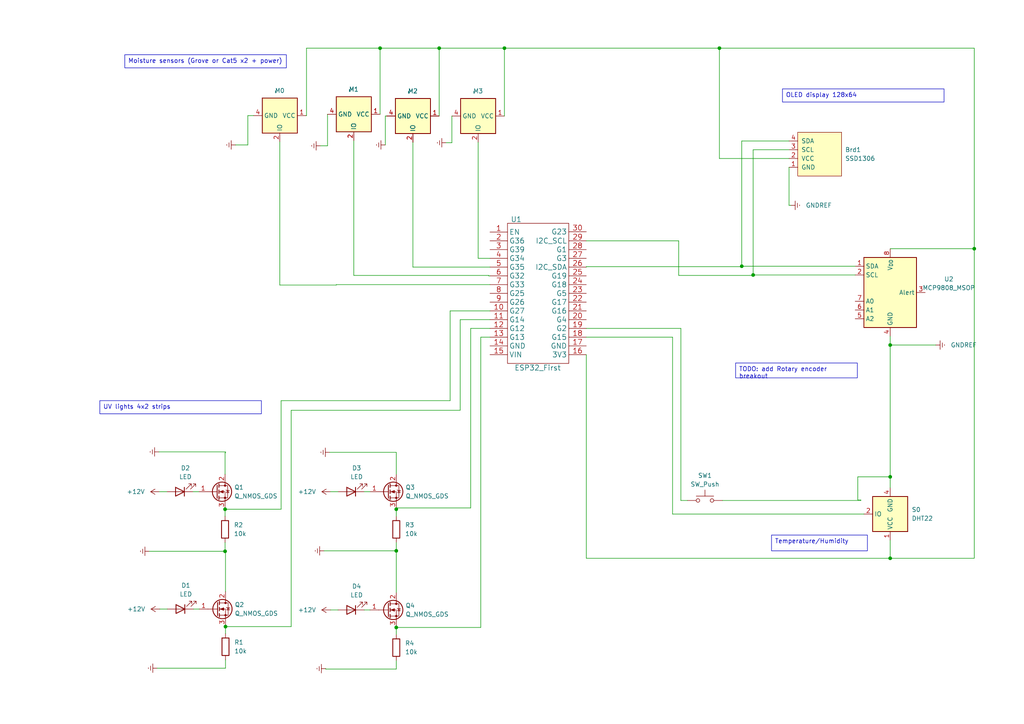
<source format=kicad_sch>
(kicad_sch (version 20230121) (generator eeschema)
  (paper "A4")
  (lib_symbols
    (symbol "Custom:ESP32_First"
      (property "Reference" "U" (at 7.08 4.09 0))
      (property "Value" "ESP32_First" (at 13.97 -39.37 0))
      (symbol "ESP32_First_0_1"
        (rectangle (start 5.08 2.54) (end 22.86 -38.1))
      )
      (symbol "ESP32_First_1_0"
        (pin input line (at 0 0 0) (length 5.08) (name "EN") (number "1"))
      )
      (symbol "ESP32_First_1_1"
        (pin input line (at 0 -22.86 0) (length 5.08) (name "G27") (number "10"))
        (pin input line (at 0 -25.4 0) (length 5.08) (name "G14") (number "11"))
        (pin input line (at 0 -27.94 0) (length 5.08) (name "G12") (number "12"))
        (pin input line (at 0 -30.48 0) (length 5.08) (name "G13") (number "13"))
        (pin input line (at 0 -33.02 0) (length 5.08) (name "GND") (number "14"))
        (pin input line (at 0 -35.56 0) (length 5.08) (name "VIN") (number "15"))
        (pin input line (at 27.94 -35.56 180) (length 5.08) (name "3V3") (number "16"))
        (pin input line (at 27.94 -33.02 180) (length 5.08) (name "GND") (number "17"))
        (pin input line (at 27.94 -30.48 180) (length 5.08) (name "G15") (number "18"))
        (pin input line (at 27.94 -27.94 180) (length 5.08) (name "G2") (number "19"))
        (pin input line (at 0 -2.54 0) (length 5.08) (name "G36") (number "2"))
        (pin input line (at 27.94 -25.4 180) (length 5.08) (name "G4") (number "20"))
        (pin input line (at 27.94 -22.86 180) (length 5.08) (name "G16") (number "21"))
        (pin input line (at 27.94 -20.32 180) (length 5.08) (name "G17") (number "22"))
        (pin input line (at 27.94 -17.78 180) (length 5.08) (name "G5") (number "23"))
        (pin input line (at 27.94 -15.24 180) (length 5.08) (name "G18") (number "24"))
        (pin input line (at 27.94 -12.7 180) (length 5.08) (name "G19") (number "25"))
        (pin input line (at 27.94 -10.16 180) (length 5.08) (name "I2C_SDA") (number "26"))
        (pin input line (at 27.94 -7.62 180) (length 5.08) (name "G3") (number "27"))
        (pin input line (at 27.94 -5.08 180) (length 5.08) (name "G1") (number "28"))
        (pin input line (at 27.94 -2.54 180) (length 5.08) (name "I2C_SCL") (number "29"))
        (pin input line (at 0 -5.08 0) (length 5.08) (name "G39") (number "3"))
        (pin input line (at 27.94 0.09 180) (length 5.08) (name "G23") (number "30"))
        (pin input line (at 0 -7.62 0) (length 5.08) (name "G34") (number "4"))
        (pin input line (at 0 -10.16 0) (length 5.08) (name "G35") (number "5"))
        (pin input line (at 0 -12.7 0) (length 5.08) (name "G32") (number "6"))
        (pin input line (at 0 -15.24 0) (length 5.08) (name "G33") (number "7"))
        (pin input line (at 0 -17.78 0) (length 5.08) (name "G25") (number "8"))
        (pin input line (at 0 -20.32 0) (length 5.08) (name "G26") (number "9"))
      )
    )
    (symbol "Device:LED" (pin_numbers hide) (pin_names (offset 1.016) hide)
      (property "Reference" "D" (at 0 2.54 0))
      (property "Value" "LED" (at 0 -2.54 0))
      (symbol "LED_0_1"
        (polyline (pts (xy -1.27 -1.27) (xy -1.27 1.27)) (stroke (width 0.254)))
        (polyline (pts (xy -1.27 0) (xy 1.27 0)))
        (polyline (pts (xy 1.27 -1.27) (xy 1.27 1.27) (xy -1.27 0) (xy 1.27 -1.27)) (stroke (width 0.254)))
        (polyline (pts (xy -3.048 -0.762) (xy -4.572 -2.286) (xy -3.81 -2.286) (xy -4.572 -2.286) (xy -4.572 -1.524)))
        (polyline (pts (xy -1.778 -0.762) (xy -3.302 -2.286) (xy -2.54 -2.286) (xy -3.302 -2.286) (xy -3.302 -1.524)))
      )
      (symbol "LED_1_1"
        (pin passive line (at -3.81 0 0) (length 2.54) (name "K") (number "1"))
        (pin passive line (at 3.81 0 180) (length 2.54) (name "A") (number "2"))
      )
    )
    (symbol "Device:Q_NMOS_GDS" (pin_names (offset 0) hide)
      (property "Reference" "Q" (at 5.08 1.27 0))
      (property "Value" "Q_NMOS_GDS" (at 5.08 -1.27 0))
      (symbol "Q_NMOS_GDS_0_1"
        (polyline (pts (xy 0.254 0) (xy -2.54 0)))
        (polyline (pts (xy 0.254 1.905) (xy 0.254 -1.905)) (stroke (width 0.254)))
        (polyline (pts (xy 0.762 -1.27) (xy 0.762 -2.286)) (stroke (width 0.254)))
        (polyline (pts (xy 0.762 0.508) (xy 0.762 -0.508)) (stroke (width 0.254)))
        (polyline (pts (xy 0.762 2.286) (xy 0.762 1.27)) (stroke (width 0.254)))
        (polyline (pts (xy 2.54 2.54) (xy 2.54 1.778)))
        (polyline (pts (xy 2.54 -2.54) (xy 2.54 0) (xy 0.762 0)))
        (polyline (pts (xy 0.762 -1.778) (xy 3.302 -1.778) (xy 3.302 1.778) (xy 0.762 1.778)))
        (polyline (pts (xy 1.016 0) (xy 2.032 0.381) (xy 2.032 -0.381) (xy 1.016 0)) (fill (type outline)))
        (polyline (pts (xy 2.794 0.508) (xy 2.921 0.381) (xy 3.683 0.381) (xy 3.81 0.254)))
        (polyline (pts (xy 3.302 0.381) (xy 2.921 -0.254) (xy 3.683 -0.254) (xy 3.302 0.381)))
        (circle (center 1.651 0) (radius 2.794) (stroke (width 0.254)))
        (circle (center 2.54 -1.778) (radius 0.254) (fill (type outline)))
        (circle (center 2.54 1.778) (radius 0.254) (fill (type outline)))
      )
      (symbol "Q_NMOS_GDS_1_1"
        (pin input line (at -5.08 0 0) (length 2.54) (name "G") (number "1"))
        (pin passive line (at 2.54 5.08 270) (length 2.54) (name "D") (number "2"))
        (pin passive line (at 2.54 -5.08 90) (length 2.54) (name "S") (number "3"))
      )
    )
    (symbol "Device:R" (pin_numbers hide) (pin_names (offset 0))
      (property "Reference" "R" (at 2.032 0 90))
      (property "Value" "R" (at 0 0 90))
      (symbol "R_0_1"
        (rectangle (start -1.016 -2.54) (end 1.016 2.54) (stroke (width 0.254)))
      )
      (symbol "R_1_1"
        (pin passive line (at 0 3.81 270) (length 1.27) (name "~") (number "1"))
        (pin passive line (at 0 -3.81 90) (length 1.27) (name "~") (number "2"))
      )
    )
    (symbol "SSD1306-128x64_OLED:SSD1306" (pin_names (offset 1.016))
      (property "Reference" "Brd" (at 0 -3.81 0))
      (property "Value" "SSD1306" (at 0 -1.27 0))
      (symbol "SSD1306_0_1"
        (rectangle (start -6.35 6.35) (end 6.35 -6.35) (fill (type background)))
      )
      (symbol "SSD1306_1_1"
        (pin input line (at -3.81 8.89 270) (length 2.54) (name "GND") (number "1"))
        (pin input line (at -1.27 8.89 270) (length 2.54) (name "VCC") (number "2"))
        (pin input line (at 1.27 8.89 270) (length 2.54) (name "SCL") (number "3"))
        (pin input line (at 3.81 8.89 270) (length 2.54) (name "SDA") (number "4"))
      )
    )
    (symbol "Sensor:DHT11"
      (property "Reference" "U" (at -3.81 6.35 0))
      (property "Value" "DHT11" (at 3.81 6.35 0))
      (symbol "DHT11_0_1"
        (rectangle (start -5.08 5.08) (end 5.08 -5.08) (stroke (width 0.254)) (fill (type background)))
      )
      (symbol "DHT11_1_1"
        (pin power_in line (at 0 7.62 270) (length 2.54) (name "VCC") (number "1"))
        (pin bidirectional line (at 7.62 0 180) (length 2.54) (name "IO") (number "2"))
        (pin no_connect line (at -5.08 0 0) (length 2.54) hide (name "NC") (number "3"))
        (pin power_in line (at 0 -7.62 90) (length 2.54) (name "GND") (number "4"))
      )
    )
    (symbol "Sensor_Temperature:MCP9808_MSOP"
      (property "Reference" "U" (at -6.35 11.43 0))
      (property "Value" "MCP9808_MSOP" (at 10.16 11.43 0))
      (symbol "MCP9808_MSOP_0_1"
        (rectangle (start -7.62 10.16) (end 7.62 -10.16) (stroke (width 0.254)) (fill (type background)))
      )
      (symbol "MCP9808_MSOP_1_1"
        (pin bidirectional line (at -10.16 7.62 0) (length 2.54) (name "SDA") (number "1"))
        (pin input line (at -10.16 5.08 0) (length 2.54) (name "SCL") (number "2"))
        (pin output line (at 10.16 0 180) (length 2.54) (name "Alert") (number "3"))
        (pin power_in line (at 0 -12.7 90) (length 2.54) (name "GND") (number "4"))
        (pin input line (at -10.16 -7.62 0) (length 2.54) (name "A2") (number "5"))
        (pin input line (at -10.16 -5.08 0) (length 2.54) (name "A1") (number "6"))
        (pin input line (at -10.16 -2.54 0) (length 2.54) (name "A0") (number "7"))
        (pin power_in line (at 0 12.7 270) (length 2.54) (name "V_{DD}") (number "8"))
      )
    )
    (symbol "Switch:SW_Push" (pin_numbers hide) (pin_names (offset 1.016) hide)
      (property "Reference" "SW" (at 1.27 2.54 0))
      (property "Value" "SW_Push" (at 0 -1.524 0))
      (symbol "SW_Push_0_1"
        (circle (center -2.032 0) (radius 0.508))
        (polyline (pts (xy 0 1.27) (xy 0 3.048)))
        (polyline (pts (xy 2.54 1.27) (xy -2.54 1.27)))
        (circle (center 2.032 0) (radius 0.508))
        (pin passive line (at -5.08 0 0) (length 2.54) (name "1") (number "1"))
        (pin passive line (at 5.08 0 180) (length 2.54) (name "2") (number "2"))
      )
    )
    (symbol "power:+12V" (power) (pin_names (offset 0))
      (property "Value" "+12V" (at 0 3.556 0))
      (symbol "+12V_0_1"
        (polyline (pts (xy -0.762 1.27) (xy 0 2.54)))
        (polyline (pts (xy 0 0) (xy 0 2.54)))
        (polyline (pts (xy 0 2.54) (xy 0.762 1.27)))
      )
      (symbol "+12V_1_1"
        (pin power_in line (at 0 0 90) (length 0) hide (name "+12V") (number "1"))
      )
    )
    (symbol "power:GNDREF" (power) (pin_names (offset 0))
      (property "Value" "GNDREF" (at 0 -3.81 0))
      (symbol "GNDREF_0_1"
        (polyline (pts (xy -0.635 -1.905) (xy 0.635 -1.905)))
        (polyline (pts (xy -0.127 -2.54) (xy 0.127 -2.54)))
        (polyline (pts (xy 0 -1.27) (xy 0 0)))
        (polyline (pts (xy 1.27 -1.27) (xy -1.27 -1.27)))
      )
      (symbol "GNDREF_1_1"
        (pin power_in line (at 0 0 270) (length 0) hide (name "GNDREF") (number "1"))
      )
    )
  )
  (junction (at 208.661 13.97))
  (junction (at 65.278 147.701))
  (junction (at 110.236 13.97))
  (junction (at 282.575 72.136))
  (junction (at 258.191 138.303))
  (junction (at 215.138 77.216))
  (junction (at 127.381 13.97))
  (junction (at 146.304 13.97))
  (junction (at 114.935 147.701))
  (junction (at 258.191 100.076))
  (junction (at 65.405 181.737))
  (junction (at 258.191 161.925))
  (junction (at 218.44 79.756))
  (junction (at 65.278 159.893))
  (junction (at 114.935 181.991))
  (junction (at 114.935 159.766))
  (wire (pts (xy 136.525 147.32) (xy 114.935 147.32)))
  (wire (pts (xy 197.485 95.25) (xy 170.053 95.25)))
  (wire (pts (xy 43.307 159.893) (xy 65.278 159.893)))
  (wire (pts (xy 114.935 147.701) (xy 114.935 149.733)))
  (wire (pts (xy 196.85 69.85) (xy 196.85 79.883)))
  (wire (pts (xy 248.031 77.216) (xy 215.138 77.216)))
  (wire (pts (xy 282.575 72.136) (xy 282.575 161.925)))
  (wire (pts (xy 133.477 118.999) (xy 133.477 92.71)))
  (wire (pts (xy 218.44 79.756) (xy 248.031 79.756)))
  (wire (pts (xy 170.053 77.343) (xy 170.053 77.47)))
  (wire (pts (xy 258.191 100.076) (xy 271.399 100.076)))
  (wire (pts (xy 139.446 181.991) (xy 114.935 181.991)))
  (wire (pts (xy 146.304 13.97) (xy 127.381 13.97)))
  (wire (pts (xy 68.326 42.037) (xy 71.882 42.037)))
  (wire (pts (xy 248.793 145.034) (xy 249.682 145.034)))
  (wire (pts (xy 111.76 33.655) (xy 112.141 33.655)))
  (wire (pts (xy 215.138 40.894) (xy 215.138 77.216)))
  (wire (pts (xy 139.446 97.79) (xy 142.113 97.79)))
  (wire (pts (xy 170.053 161.925) (xy 170.053 102.87)))
  (wire (pts (xy 130.556 116.205) (xy 81.534 116.205)))
  (wire (pts (xy 282.575 72.136) (xy 282.575 13.97)))
  (wire (pts (xy 133.477 92.71) (xy 142.113 92.71)))
  (wire (pts (xy 114.935 181.991) (xy 114.935 184.023)))
  (wire (pts (xy 215.138 77.216) (xy 215.138 77.343)))
  (wire (pts (xy 56.134 176.657) (xy 57.785 176.657)))
  (wire (pts (xy 84.455 118.999) (xy 84.455 181.737)))
  (wire (pts (xy 228.854 45.974) (xy 208.661 45.974)))
  (wire (pts (xy 97.536 82.677) (xy 97.536 82.55)))
  (wire (pts (xy 97.536 82.55) (xy 142.113 82.55)))
  (wire (pts (xy 114.935 194.056) (xy 114.935 191.643)))
  (wire (pts (xy 105.664 176.911) (xy 107.315 176.911)))
  (wire (pts (xy 65.405 193.802) (xy 65.405 191.389)))
  (wire (pts (xy 282.575 13.97) (xy 208.661 13.97)))
  (wire (pts (xy 94.996 42.291) (xy 92.964 42.291)))
  (wire (pts (xy 130.556 116.205) (xy 130.556 90.17)))
  (wire (pts (xy 170.053 161.925) (xy 258.191 161.925)))
  (wire (pts (xy 248.793 138.303) (xy 258.191 138.303)))
  (wire (pts (xy 195.072 149.098) (xy 250.571 149.098)))
  (wire (pts (xy 114.935 131.191) (xy 114.935 137.541)))
  (wire (pts (xy 95.885 142.621) (xy 98.044 142.621)))
  (wire (pts (xy 65.278 159.893) (xy 65.278 157.353)))
  (wire (pts (xy 249.682 145.161) (xy 209.55 145.161)))
  (wire (pts (xy 249.682 145.034) (xy 249.682 145.161)))
  (wire (pts (xy 131.064 41.402) (xy 129.413 41.402)))
  (wire (pts (xy 197.485 145.161) (xy 197.485 95.25)))
  (wire (pts (xy 195.072 97.79) (xy 195.072 149.098)))
  (wire (pts (xy 81.534 147.701) (xy 65.278 147.701)))
  (wire (pts (xy 258.191 138.303) (xy 258.191 100.076)))
  (wire (pts (xy 46.228 142.621) (xy 48.387 142.621)))
  (wire (pts (xy 81.153 82.677) (xy 81.153 41.148)))
  (wire (pts (xy 127.381 13.97) (xy 127.381 33.655)))
  (wire (pts (xy 88.9 33.528) (xy 88.773 33.528)))
  (wire (pts (xy 94.996 33.147) (xy 94.996 42.291)))
  (wire (pts (xy 65.278 147.701) (xy 65.278 149.733)))
  (wire (pts (xy 208.661 13.97) (xy 146.304 13.97)))
  (wire (pts (xy 65.405 159.893) (xy 65.278 159.893)))
  (wire (pts (xy 258.191 72.136) (xy 282.575 72.136)))
  (wire (pts (xy 228.854 59.563) (xy 229.362 59.563)))
  (wire (pts (xy 56.007 142.621) (xy 57.658 142.621)))
  (wire (pts (xy 197.485 145.161) (xy 199.39 145.161)))
  (wire (pts (xy 114.935 159.766) (xy 114.935 157.353)))
  (wire (pts (xy 46.355 176.657) (xy 48.514 176.657)))
  (wire (pts (xy 130.556 90.17) (xy 142.113 90.17)))
  (wire (pts (xy 127.381 13.97) (xy 110.236 13.97)))
  (wire (pts (xy 142.113 74.93) (xy 138.684 74.93)))
  (wire (pts (xy 111.76 42.037) (xy 111.76 33.655)))
  (wire (pts (xy 65.405 131.318) (xy 65.278 131.318)))
  (wire (pts (xy 105.664 142.621) (xy 107.315 142.621)))
  (wire (pts (xy 258.191 138.303) (xy 258.191 141.478)))
  (wire (pts (xy 65.405 159.893) (xy 65.405 171.577)))
  (wire (pts (xy 88.9 13.97) (xy 88.9 33.528)))
  (wire (pts (xy 84.455 118.999) (xy 133.477 118.999)))
  (wire (pts (xy 84.455 181.737) (xy 65.405 181.737)))
  (wire (pts (xy 228.854 43.434) (xy 218.44 43.434)))
  (wire (pts (xy 131.064 33.655) (xy 131.064 41.402)))
  (wire (pts (xy 81.153 82.677) (xy 97.536 82.677)))
  (wire (pts (xy 71.882 42.037) (xy 71.882 33.528)))
  (wire (pts (xy 71.882 33.528) (xy 73.533 33.528)))
  (wire (pts (xy 141.732 80.01) (xy 142.113 80.01)))
  (wire (pts (xy 215.138 77.343) (xy 170.053 77.343)))
  (wire (pts (xy 95.631 131.191) (xy 114.935 131.191)))
  (wire (pts (xy 218.44 79.756) (xy 218.44 79.883)))
  (wire (pts (xy 65.405 131.064) (xy 65.405 131.318)))
  (wire (pts (xy 94.488 194.056) (xy 114.935 194.056)))
  (wire (pts (xy 110.236 13.97) (xy 88.9 13.97)))
  (wire (pts (xy 142.113 77.47) (xy 119.761 77.47)))
  (wire (pts (xy 258.191 97.536) (xy 258.191 100.076)))
  (wire (pts (xy 141.732 79.883) (xy 141.732 80.01)))
  (wire (pts (xy 228.854 48.514) (xy 228.854 59.563)))
  (wire (pts (xy 114.935 147.32) (xy 114.935 147.701)))
  (wire (pts (xy 65.278 131.318) (xy 65.278 137.541)))
  (wire (pts (xy 258.191 156.718) (xy 258.191 161.925)))
  (wire (pts (xy 258.191 161.925) (xy 282.575 161.925)))
  (wire (pts (xy 208.661 13.97) (xy 208.661 45.974)))
  (wire (pts (xy 218.44 43.434) (xy 218.44 79.756)))
  (wire (pts (xy 45.593 193.802) (xy 65.405 193.802)))
  (wire (pts (xy 110.236 13.97) (xy 110.236 33.147)))
  (wire (pts (xy 94.488 194.056) (xy 94.488 193.929)))
  (wire (pts (xy 228.854 40.894) (xy 215.138 40.894)))
  (wire (pts (xy 102.616 40.767) (xy 102.616 79.883)))
  (wire (pts (xy 46.101 131.064) (xy 65.405 131.064)))
  (wire (pts (xy 138.684 41.275) (xy 138.684 74.93)))
  (wire (pts (xy 119.761 77.47) (xy 119.761 41.275)))
  (wire (pts (xy 170.053 69.85) (xy 196.85 69.85)))
  (wire (pts (xy 114.935 159.766) (xy 114.935 171.831)))
  (wire (pts (xy 170.053 97.79) (xy 195.072 97.79)))
  (wire (pts (xy 81.534 116.205) (xy 81.534 147.701)))
  (wire (pts (xy 95.885 176.911) (xy 98.044 176.911)))
  (wire (pts (xy 65.405 181.737) (xy 65.405 183.769)))
  (wire (pts (xy 139.446 97.79) (xy 139.446 181.991)))
  (wire (pts (xy 136.525 95.25) (xy 142.113 95.25)))
  (wire (pts (xy 248.793 145.034) (xy 248.793 138.303)))
  (wire (pts (xy 136.525 95.25) (xy 136.525 147.32)))
  (wire (pts (xy 102.616 79.883) (xy 141.732 79.883)))
  (wire (pts (xy 93.98 159.766) (xy 114.935 159.766)))
  (wire (pts (xy 196.85 79.883) (xy 218.44 79.883)))
  (wire (pts (xy 146.304 13.97) (xy 146.304 33.655)))
  (text_box "Temperature/Humidity\n" (at 223.774 155.194 0) (size 27.813 4.572) (effects (font (size 1.27 1.27)) (justify left top)))
  (text_box "Moisture sensors (Grove or Cat5 x2 + power)\n" (at 36.195 15.875 0) (size 46.863 3.81) (effects (font (size 1.27 1.27)) (justify left top)))
  (text_box "UV lights 4x2 strips" (at 28.956 116.205 0) (size 46.863 3.81) (effects (font (size 1.27 1.27)) (justify left top)))
  (text_box "OLED display 128x64\n" (at 226.949 25.781 0) (size 46.863 3.81) (effects (font (size 1.27 1.27)) (justify left top)))
  (text_box "TODO: add Rotary encoder breakout" (at 213.36 105.283 0) (size 35.306 4.318) (effects (font (size 1.27 1.27)) (justify left top)))
  (symbol (lib_id "Device:R") (at 114.935 153.543 180) (unit 1)
    (property "Reference" "R3" (at 117.475 152.273 0) (effects (justify right)))
    (property "Value" "10k" (at 117.475 154.813 0) (effects (justify right)))
  )
  (symbol (lib_id "Device:Q_NMOS_GDS") (at 62.738 142.621 0) (unit 1)
    (property "Reference" "Q1" (at 67.945 141.351 0) (effects (justify left)))
    (property "Value" "Q_NMOS_GDS" (at 67.945 143.891 0) (effects (justify left)))
  )
  (symbol (lib_id "power:GNDREF") (at 229.362 59.563 90) (unit 1)
    (property "Reference" "#PWR018" (effects hide))
    (property "Value" "GNDREF" (at 233.68 59.563 90) (effects (justify right)))
  )
  (symbol (lib_id "power:GNDREF") (at 129.413 41.402 270) (unit 1)
    (property "Reference" "#PWR016" (effects hide))
    (property "Value" "GNDREF" (effects hide))
  )
  (symbol (lib_id "power:GNDREF") (at 95.631 131.191 270) (unit 1)
    (property "Reference" "#PWR09" (effects hide))
    (property "Value" "GNDREF" (effects hide))
  )
  (symbol (lib_id "Sensor:DHT11") (at 119.761 33.655 270) (unit 1)
    (property "Reference" "M2" (at 119.761 26.416 90))
    (property "Value" "~" (at 118.491 27.305 0) (effects (justify right)))
    (property "Footprint" "Sensor:Aosong_DHT11_5.5x12.0_P2.54mm" (effects hide))
    (property "Datasheet" "http://akizukidenshi.com/download/ds/aosong/DHT11.pdf" (effects hide))
  )
  (symbol (lib_id "power:GNDREF") (at 92.964 42.291 270) (unit 1)
    (property "Reference" "#PWR014" (effects hide))
    (property "Value" "GNDREF" (effects hide))
  )
  (symbol (lib_id "Sensor:DHT11") (at 138.684 33.655 270) (unit 1)
    (property "Reference" "M3" (at 138.684 26.416 90))
    (property "Value" "~" (at 137.414 27.305 0) (effects (justify right)))
    (property "Footprint" "Sensor:Aosong_DHT11_5.5x12.0_P2.54mm" (effects hide))
    (property "Datasheet" "http://akizukidenshi.com/download/ds/aosong/DHT11.pdf" (effects hide))
  )
  (symbol (lib_id "power:GNDREF") (at 93.98 159.766 270) (unit 1)
    (property "Reference" "#PWR010" (effects hide))
    (property "Value" "GNDREF" (effects hide))
  )
  (symbol (lib_id "Device:Q_NMOS_GDS") (at 112.395 176.911 0) (unit 1)
    (property "Reference" "Q4" (at 117.602 175.641 0) (effects (justify left)))
    (property "Value" "Q_NMOS_GDS" (at 117.602 178.181 0) (effects (justify left)))
  )
  (symbol (lib_id "Sensor:DHT11") (at 258.191 149.098 180) (unit 1)
    (property "Reference" "S0" (at 264.414 147.828 0) (effects (justify right)))
    (property "Value" "DHT22" (at 264.414 150.368 0) (effects (justify right)))
    (property "Footprint" "Sensor:Aosong_DHT11_5.5x12.0_P2.54mm" (effects hide))
    (property "Datasheet" "http://akizukidenshi.com/download/ds/aosong/DHT11.pdf" (effects hide))
  )
  (symbol (lib_id "Device:LED") (at 52.197 142.621 180) (unit 1)
    (property "Reference" "D2" (at 53.7845 135.763 0))
    (property "Value" "LED" (at 53.7845 138.303 0))
  )
  (symbol (lib_id "Switch:SW_Push") (at 204.47 145.161 0) (unit 1)
    (property "Reference" "SW1" (at 204.47 137.922 0))
    (property "Value" "SW_Push" (at 204.47 140.462 0))
  )
  (symbol (lib_id "SSD1306-128x64_OLED:SSD1306") (at 237.744 44.704 90) (unit 1)
    (property "Reference" "Brd1" (at 245.11 43.434 90) (effects (justify right)))
    (property "Value" "SSD1306" (at 245.11 45.974 90) (effects (justify right)))
  )
  (symbol (lib_id "Sensor:DHT11") (at 81.153 33.528 270) (unit 1)
    (property "Reference" "M0" (at 81.153 26.289 90))
    (property "Value" "~" (at 79.883 27.178 0) (effects (justify right)))
    (property "Footprint" "Sensor:Aosong_DHT11_5.5x12.0_P2.54mm" (effects hide))
    (property "Datasheet" "http://akizukidenshi.com/download/ds/aosong/DHT11.pdf" (effects hide))
  )
  (symbol (lib_id "power:+12V") (at 95.885 176.911 90) (unit 1)
    (property "Reference" "#PWR011" (effects hide))
    (property "Value" "+12V" (at 91.694 176.911 90) (effects (justify left)))
  )
  (symbol (lib_id "power:GNDREF") (at 68.326 42.037 270) (unit 1)
    (property "Reference" "#PWR02" (effects hide))
    (property "Value" "GNDREF" (effects hide))
  )
  (symbol (lib_id "power:GNDREF") (at 43.307 159.893 270) (unit 1)
    (property "Reference" "#PWR07" (effects hide))
    (property "Value" "GNDREF" (effects hide))
  )
  (symbol (lib_id "Sensor_Temperature:MCP9808_MSOP") (at 258.191 84.836 0) (unit 1)
    (property "Reference" "U2" (at 275.209 80.9499 0))
    (property "Value" "MCP9808_MSOP" (at 275.209 83.4899 0))
    (property "Footprint" "Package_SO:MSOP-8_3x3mm_P0.65mm" (effects hide))
    (property "Datasheet" "http://ww1.microchip.com/downloads/en/DeviceDoc/22203b.pdf" (effects hide))
  )
  (symbol (lib_id "power:+12V") (at 46.228 142.621 90) (unit 1)
    (property "Reference" "#PWR05" (effects hide))
    (property "Value" "+12V" (at 42.037 142.621 90) (effects (justify left)))
  )
  (symbol (lib_id "Device:Q_NMOS_GDS") (at 112.395 142.621 0) (unit 1)
    (property "Reference" "Q3" (at 117.602 141.351 0) (effects (justify left)))
    (property "Value" "Q_NMOS_GDS" (at 117.602 143.891 0) (effects (justify left)))
  )
  (symbol (lib_id "Device:LED") (at 101.854 176.911 180) (unit 1)
    (property "Reference" "D4" (at 103.4415 170.053 0))
    (property "Value" "LED" (at 103.4415 172.593 0))
  )
  (symbol (lib_id "Device:R") (at 114.935 187.833 180) (unit 1)
    (property "Reference" "R4" (at 117.475 186.563 0) (effects (justify right)))
    (property "Value" "10k" (at 117.475 189.103 0) (effects (justify right)))
  )
  (symbol (lib_id "power:GNDREF") (at 111.76 42.037 270) (unit 1)
    (property "Reference" "#PWR015" (effects hide))
    (property "Value" "GNDREF" (effects hide))
  )
  (symbol (lib_id "power:GNDREF") (at 271.399 100.076 90) (unit 1)
    (property "Reference" "#PWR017" (effects hide))
    (property "Value" "GNDREF" (at 275.717 100.076 90) (effects (justify right)))
  )
  (symbol (lib_id "Device:R") (at 65.405 187.579 180) (unit 1)
    (property "Reference" "R1" (at 67.945 186.309 0) (effects (justify right)))
    (property "Value" "10k" (at 67.945 188.849 0) (effects (justify right)))
  )
  (symbol (lib_id "Device:Q_NMOS_GDS") (at 62.865 176.657 0) (unit 1)
    (property "Reference" "Q2" (at 68.072 175.387 0) (effects (justify left)))
    (property "Value" "Q_NMOS_GDS" (at 68.072 177.927 0) (effects (justify left)))
  )
  (symbol (lib_id "Custom:ESP32_First") (at 142.113 67.31 0) (unit 1)
    (property "Reference" "U1" (at 149.733 63.627 0) (effects (font (size 1.5 1.5))))
    (property "Value" "ESP32_First" (at 155.956 106.68 0) (effects (font (size 1.5 1.5))))
  )
  (symbol (lib_id "Device:LED") (at 101.854 142.621 180) (unit 1)
    (property "Reference" "D3" (at 103.4415 135.763 0))
    (property "Value" "LED" (at 103.4415 138.303 0))
  )
  (symbol (lib_id "power:GNDREF") (at 45.593 193.802 270) (unit 1)
    (property "Reference" "#PWR01" (effects hide))
    (property "Value" "GNDREF" (effects hide))
  )
  (symbol (lib_id "Sensor:DHT11") (at 102.616 33.147 270) (unit 1)
    (property "Reference" "M1" (at 102.616 25.908 90))
    (property "Value" "~" (at 101.346 26.797 0) (effects (justify right)))
    (property "Footprint" "Sensor:Aosong_DHT11_5.5x12.0_P2.54mm" (effects hide))
    (property "Datasheet" "http://akizukidenshi.com/download/ds/aosong/DHT11.pdf" (effects hide))
  )
  (symbol (lib_id "power:GNDREF") (at 46.101 131.064 270) (unit 1)
    (property "Reference" "#PWR06" (effects hide))
    (property "Value" "GNDREF" (effects hide))
  )
  (symbol (lib_id "Device:LED") (at 52.324 176.657 180) (unit 1)
    (property "Reference" "D1" (at 53.9115 169.799 0))
    (property "Value" "LED" (at 53.9115 172.339 0))
  )
  (symbol (lib_id "Device:R") (at 65.278 153.543 180) (unit 1)
    (property "Reference" "R2" (at 67.818 152.273 0) (effects (justify right)))
    (property "Value" "10k" (at 67.818 154.813 0) (effects (justify right)))
  )
  (symbol (lib_id "power:+12V") (at 46.355 176.657 90) (unit 1)
    (property "Reference" "#PWR04" (effects hide))
    (property "Value" "+12V" (at 42.164 176.657 90) (effects (justify left)))
  )
  (symbol (lib_id "power:GNDREF") (at 94.488 193.929 270) (unit 1)
    (property "Reference" "#PWR013" (effects hide))
    (property "Value" "GNDREF" (effects hide))
  )
  (symbol (lib_id "power:+12V") (at 95.885 142.621 90) (unit 1)
    (property "Reference" "#PWR08" (effects hide))
    (property "Value" "+12V" (at 91.694 142.621 90) (effects (justify left)))
  )
)
</source>
